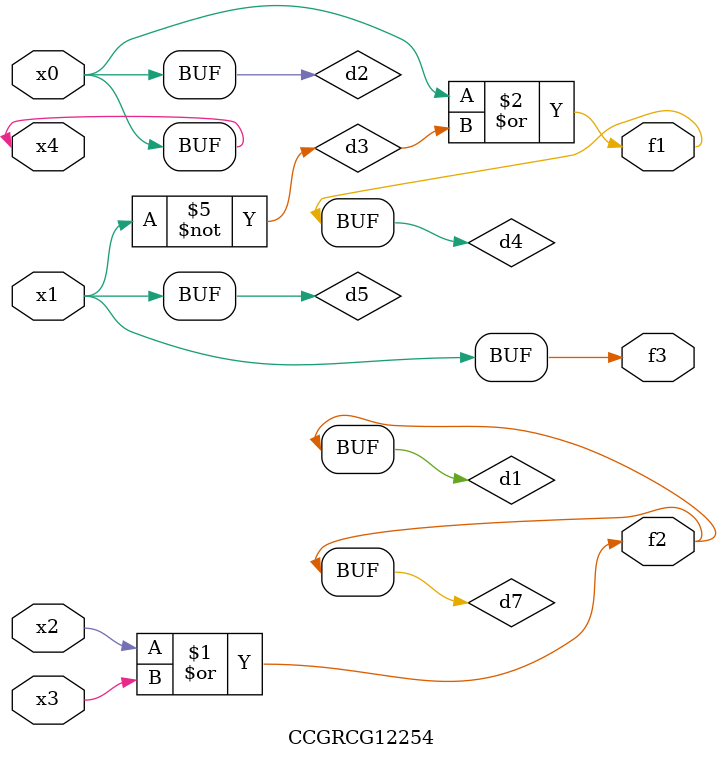
<source format=v>
module CCGRCG12254(
	input x0, x1, x2, x3, x4,
	output f1, f2, f3
);

	wire d1, d2, d3, d4, d5, d6, d7;

	or (d1, x2, x3);
	buf (d2, x0, x4);
	not (d3, x1);
	or (d4, d2, d3);
	not (d5, d3);
	nand (d6, d1, d3);
	or (d7, d1);
	assign f1 = d4;
	assign f2 = d7;
	assign f3 = d5;
endmodule

</source>
